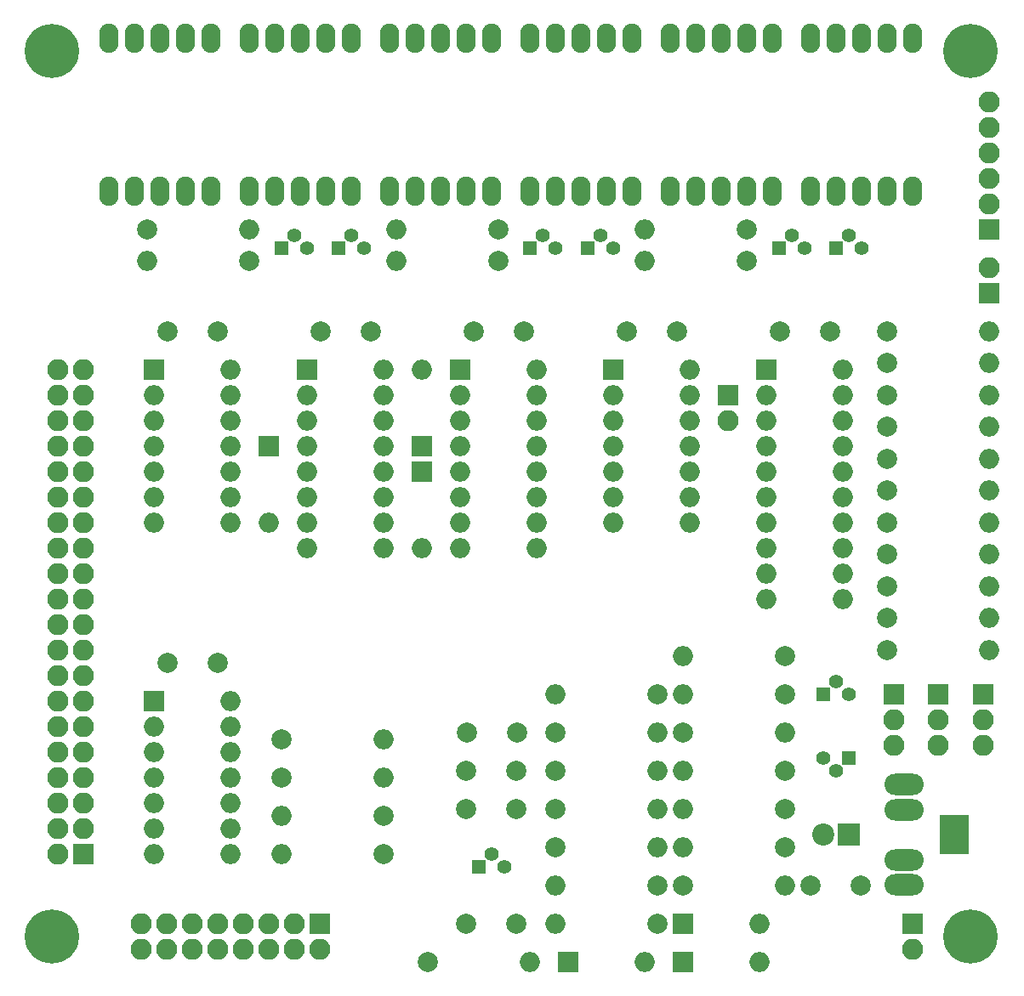
<source format=gbs>
G04 #@! TF.FileFunction,Soldermask,Bot*
%FSLAX46Y46*%
G04 Gerber Fmt 4.6, Leading zero omitted, Abs format (unit mm)*
G04 Created by KiCad (PCBNEW 4.0.7) date 11/08/19 19:34:30*
%MOMM*%
%LPD*%
G01*
G04 APERTURE LIST*
%ADD10C,0.100000*%
%ADD11R,2.100000X2.100000*%
%ADD12O,2.100000X2.100000*%
%ADD13C,2.000000*%
%ADD14O,2.000000X2.000000*%
%ADD15C,1.400000*%
%ADD16R,1.400000X1.400000*%
%ADD17O,1.924000X2.924000*%
%ADD18C,5.400000*%
%ADD19R,2.000000X2.000000*%
%ADD20R,2.200000X2.200000*%
%ADD21C,2.200000*%
%ADD22R,2.900000X3.900000*%
%ADD23O,3.900000X2.150000*%
G04 APERTURE END LIST*
D10*
D11*
X138430000Y-127635000D03*
D12*
X138430000Y-130175000D03*
X135890000Y-127635000D03*
X135890000Y-130175000D03*
X133350000Y-127635000D03*
X133350000Y-130175000D03*
X130810000Y-127635000D03*
X130810000Y-130175000D03*
X128270000Y-127635000D03*
X128270000Y-130175000D03*
X125730000Y-127635000D03*
X125730000Y-130175000D03*
X123190000Y-127635000D03*
X123190000Y-130175000D03*
X120650000Y-127635000D03*
X120650000Y-130175000D03*
D13*
X194945000Y-74930000D03*
D14*
X205105000Y-74930000D03*
D15*
X141605000Y-59055000D03*
X142875000Y-60325000D03*
D16*
X140335000Y-60325000D03*
D13*
X194945000Y-78105000D03*
D14*
X205105000Y-78105000D03*
D15*
X135890000Y-59055000D03*
X137160000Y-60325000D03*
D16*
X134620000Y-60325000D03*
D15*
X160655000Y-59055000D03*
X161925000Y-60325000D03*
D16*
X159385000Y-60325000D03*
D15*
X166370000Y-59055000D03*
X167640000Y-60325000D03*
D16*
X165100000Y-60325000D03*
D15*
X185420000Y-59055000D03*
X186690000Y-60325000D03*
D16*
X184150000Y-60325000D03*
D15*
X191135000Y-59055000D03*
X192405000Y-60325000D03*
D16*
X189865000Y-60325000D03*
D17*
X117475000Y-54610000D03*
X120015000Y-54610000D03*
X122555000Y-54610000D03*
X125095000Y-54610000D03*
X127635000Y-54610000D03*
X127635000Y-39370000D03*
X125095000Y-39370000D03*
X122555000Y-39370000D03*
X120015000Y-39370000D03*
X117475000Y-39370000D03*
X131445000Y-54610000D03*
X133985000Y-54610000D03*
X136525000Y-54610000D03*
X139065000Y-54610000D03*
X141605000Y-54610000D03*
X141605000Y-39370000D03*
X139065000Y-39370000D03*
X136525000Y-39370000D03*
X133985000Y-39370000D03*
X131445000Y-39370000D03*
X145415000Y-54610000D03*
X147955000Y-54610000D03*
X150495000Y-54610000D03*
X153035000Y-54610000D03*
X155575000Y-54610000D03*
X155575000Y-39370000D03*
X153035000Y-39370000D03*
X150495000Y-39370000D03*
X147955000Y-39370000D03*
X145415000Y-39370000D03*
X159385000Y-54610000D03*
X161925000Y-54610000D03*
X164465000Y-54610000D03*
X167005000Y-54610000D03*
X169545000Y-54610000D03*
X169545000Y-39370000D03*
X167005000Y-39370000D03*
X164465000Y-39370000D03*
X161925000Y-39370000D03*
X159385000Y-39370000D03*
X173355000Y-54610000D03*
X175895000Y-54610000D03*
X178435000Y-54610000D03*
X180975000Y-54610000D03*
X183515000Y-54610000D03*
X183515000Y-39370000D03*
X180975000Y-39370000D03*
X178435000Y-39370000D03*
X175895000Y-39370000D03*
X173355000Y-39370000D03*
X187325000Y-54610000D03*
X189865000Y-54610000D03*
X192405000Y-54610000D03*
X194945000Y-54610000D03*
X197485000Y-54610000D03*
X197485000Y-39370000D03*
X194945000Y-39370000D03*
X192405000Y-39370000D03*
X189865000Y-39370000D03*
X187325000Y-39370000D03*
D11*
X114935000Y-120650000D03*
D12*
X112395000Y-120650000D03*
X114935000Y-118110000D03*
X112395000Y-118110000D03*
X114935000Y-115570000D03*
X112395000Y-115570000D03*
X114935000Y-113030000D03*
X112395000Y-113030000D03*
X114935000Y-110490000D03*
X112395000Y-110490000D03*
X114935000Y-107950000D03*
X112395000Y-107950000D03*
X114935000Y-105410000D03*
X112395000Y-105410000D03*
X114935000Y-102870000D03*
X112395000Y-102870000D03*
X114935000Y-100330000D03*
X112395000Y-100330000D03*
X114935000Y-97790000D03*
X112395000Y-97790000D03*
X114935000Y-95250000D03*
X112395000Y-95250000D03*
X114935000Y-92710000D03*
X112395000Y-92710000D03*
X114935000Y-90170000D03*
X112395000Y-90170000D03*
X114935000Y-87630000D03*
X112395000Y-87630000D03*
X114935000Y-85090000D03*
X112395000Y-85090000D03*
X114935000Y-82550000D03*
X112395000Y-82550000D03*
X114935000Y-80010000D03*
X112395000Y-80010000D03*
X114935000Y-77470000D03*
X112395000Y-77470000D03*
X114935000Y-74930000D03*
X112395000Y-74930000D03*
X114935000Y-72390000D03*
X112395000Y-72390000D03*
D18*
X111760000Y-128905000D03*
X203200000Y-128905000D03*
X203200000Y-40640000D03*
X111760000Y-40640000D03*
D19*
X137160000Y-72390000D03*
D14*
X144780000Y-90170000D03*
X137160000Y-74930000D03*
X144780000Y-87630000D03*
X137160000Y-77470000D03*
X144780000Y-85090000D03*
X137160000Y-80010000D03*
X144780000Y-82550000D03*
X137160000Y-82550000D03*
X144780000Y-80010000D03*
X137160000Y-85090000D03*
X144780000Y-77470000D03*
X137160000Y-87630000D03*
X144780000Y-74930000D03*
X137160000Y-90170000D03*
X144780000Y-72390000D03*
D19*
X121920000Y-105410000D03*
D14*
X129540000Y-120650000D03*
X121920000Y-107950000D03*
X129540000Y-118110000D03*
X121920000Y-110490000D03*
X129540000Y-115570000D03*
X121920000Y-113030000D03*
X129540000Y-113030000D03*
X121920000Y-115570000D03*
X129540000Y-110490000D03*
X121920000Y-118110000D03*
X129540000Y-107950000D03*
X121920000Y-120650000D03*
X129540000Y-105410000D03*
D13*
X143510000Y-68580000D03*
X138510000Y-68580000D03*
X158750000Y-68580000D03*
X153750000Y-68580000D03*
X128270000Y-101600000D03*
X123270000Y-101600000D03*
X173990000Y-68580000D03*
X168990000Y-68580000D03*
D11*
X205105000Y-58420000D03*
D12*
X205105000Y-55880000D03*
X205105000Y-53340000D03*
X205105000Y-50800000D03*
X205105000Y-48260000D03*
X205105000Y-45720000D03*
D11*
X197485000Y-127635000D03*
D12*
X197485000Y-130175000D03*
D11*
X179070000Y-74930000D03*
D12*
X179070000Y-77470000D03*
D19*
X167640000Y-72390000D03*
D14*
X175260000Y-87630000D03*
X167640000Y-74930000D03*
X175260000Y-85090000D03*
X167640000Y-77470000D03*
X175260000Y-82550000D03*
X167640000Y-80010000D03*
X175260000Y-80010000D03*
X167640000Y-82550000D03*
X175260000Y-77470000D03*
X167640000Y-85090000D03*
X175260000Y-74930000D03*
X167640000Y-87630000D03*
X175260000Y-72390000D03*
D13*
X134620000Y-113030000D03*
D14*
X144780000Y-113030000D03*
D13*
X194945000Y-71755000D03*
D14*
X205105000Y-71755000D03*
D13*
X194945000Y-68580000D03*
D14*
X205105000Y-68580000D03*
D13*
X144780000Y-116840000D03*
D14*
X134620000Y-116840000D03*
D13*
X194945000Y-84455000D03*
D14*
X205105000Y-84455000D03*
D13*
X194945000Y-90805000D03*
D14*
X205105000Y-90805000D03*
D13*
X194945000Y-97155000D03*
D14*
X205105000Y-97155000D03*
D13*
X194945000Y-93980000D03*
D14*
X205105000Y-93980000D03*
D13*
X194945000Y-87630000D03*
D14*
X205105000Y-87630000D03*
D13*
X194945000Y-81280000D03*
D14*
X205105000Y-81280000D03*
D13*
X134620000Y-109220000D03*
D14*
X144780000Y-109220000D03*
D13*
X144780000Y-120650000D03*
D14*
X134620000Y-120650000D03*
D13*
X128270000Y-68580000D03*
X123270000Y-68580000D03*
X189230000Y-68580000D03*
X184230000Y-68580000D03*
D11*
X200025000Y-104775000D03*
D12*
X200025000Y-107315000D03*
X200025000Y-109855000D03*
D11*
X195580000Y-104775000D03*
D12*
X195580000Y-107315000D03*
X195580000Y-109855000D03*
D11*
X204470000Y-104775000D03*
D12*
X204470000Y-107315000D03*
X204470000Y-109855000D03*
D19*
X152400000Y-72390000D03*
D14*
X160020000Y-90170000D03*
X152400000Y-74930000D03*
X160020000Y-87630000D03*
X152400000Y-77470000D03*
X160020000Y-85090000D03*
X152400000Y-80010000D03*
X160020000Y-82550000D03*
X152400000Y-82550000D03*
X160020000Y-80010000D03*
X152400000Y-85090000D03*
X160020000Y-77470000D03*
X152400000Y-87630000D03*
X160020000Y-74930000D03*
X152400000Y-90170000D03*
X160020000Y-72390000D03*
D19*
X121920000Y-72390000D03*
D14*
X129540000Y-87630000D03*
X121920000Y-74930000D03*
X129540000Y-85090000D03*
X121920000Y-77470000D03*
X129540000Y-82550000D03*
X121920000Y-80010000D03*
X129540000Y-80010000D03*
X121920000Y-82550000D03*
X129540000Y-77470000D03*
X121920000Y-85090000D03*
X129540000Y-74930000D03*
X121920000Y-87630000D03*
X129540000Y-72390000D03*
D19*
X182880000Y-72390000D03*
D14*
X190500000Y-95250000D03*
X182880000Y-74930000D03*
X190500000Y-92710000D03*
X182880000Y-77470000D03*
X190500000Y-90170000D03*
X182880000Y-80010000D03*
X190500000Y-87630000D03*
X182880000Y-82550000D03*
X190500000Y-85090000D03*
X182880000Y-85090000D03*
X190500000Y-82550000D03*
X182880000Y-87630000D03*
X190500000Y-80010000D03*
X182880000Y-90170000D03*
X190500000Y-77470000D03*
X182880000Y-92710000D03*
X190500000Y-74930000D03*
X182880000Y-95250000D03*
X190500000Y-72390000D03*
D13*
X194945000Y-100330000D03*
D14*
X205105000Y-100330000D03*
D11*
X205105000Y-64770000D03*
D12*
X205105000Y-62230000D03*
D19*
X148590000Y-82550000D03*
D14*
X148590000Y-90170000D03*
D19*
X148590000Y-80010000D03*
D14*
X148590000Y-72390000D03*
D19*
X133350000Y-80010000D03*
D14*
X133350000Y-87630000D03*
D13*
X153035000Y-112395000D03*
X158035000Y-112395000D03*
X153035000Y-116205000D03*
X158035000Y-116205000D03*
X153035000Y-127635000D03*
X158035000Y-127635000D03*
X158115000Y-108585000D03*
X153115000Y-108585000D03*
X187325000Y-123825000D03*
X192325000Y-123825000D03*
D20*
X191135000Y-118745000D03*
D21*
X188595000Y-118745000D03*
D19*
X163195000Y-131445000D03*
D14*
X170815000Y-131445000D03*
D19*
X174625000Y-131445000D03*
D14*
X182245000Y-131445000D03*
D19*
X174625000Y-127635000D03*
D14*
X182245000Y-127635000D03*
D15*
X189865000Y-103505000D03*
X191135000Y-104775000D03*
D16*
X188595000Y-104775000D03*
D15*
X189865000Y-112395000D03*
X188595000Y-111125000D03*
D16*
X191135000Y-111125000D03*
D15*
X155575000Y-120650000D03*
X156845000Y-121920000D03*
D16*
X154305000Y-121920000D03*
D13*
X184785000Y-116205000D03*
D14*
X174625000Y-116205000D03*
D13*
X184785000Y-120015000D03*
D14*
X174625000Y-120015000D03*
D13*
X184785000Y-104775000D03*
D14*
X174625000Y-104775000D03*
D13*
X184785000Y-100965000D03*
D14*
X174625000Y-100965000D03*
D13*
X161925000Y-108585000D03*
D14*
X172085000Y-108585000D03*
D13*
X184785000Y-112395000D03*
D14*
X174625000Y-112395000D03*
D13*
X174625000Y-108585000D03*
D14*
X184785000Y-108585000D03*
D13*
X161925000Y-112395000D03*
D14*
X172085000Y-112395000D03*
D13*
X161925000Y-116205000D03*
D14*
X172085000Y-116205000D03*
D13*
X172085000Y-104775000D03*
D14*
X161925000Y-104775000D03*
D13*
X149225000Y-131445000D03*
D14*
X159385000Y-131445000D03*
D13*
X161925000Y-120015000D03*
D14*
X172085000Y-120015000D03*
D13*
X172085000Y-127635000D03*
D14*
X161925000Y-127635000D03*
D13*
X172085000Y-123825000D03*
D14*
X161925000Y-123825000D03*
D13*
X174625000Y-123825000D03*
D14*
X184785000Y-123825000D03*
D22*
X201621000Y-118745000D03*
D23*
X196615000Y-123745000D03*
X196615000Y-113745000D03*
X196615000Y-121245000D03*
X196615000Y-116245000D03*
D13*
X121285000Y-58420000D03*
D14*
X131445000Y-58420000D03*
D13*
X131445000Y-61595000D03*
D14*
X121285000Y-61595000D03*
D13*
X156210000Y-58420000D03*
D14*
X146050000Y-58420000D03*
D13*
X156210000Y-61595000D03*
D14*
X146050000Y-61595000D03*
D13*
X180975000Y-58420000D03*
D14*
X170815000Y-58420000D03*
D13*
X180975000Y-61595000D03*
D14*
X170815000Y-61595000D03*
M02*

</source>
